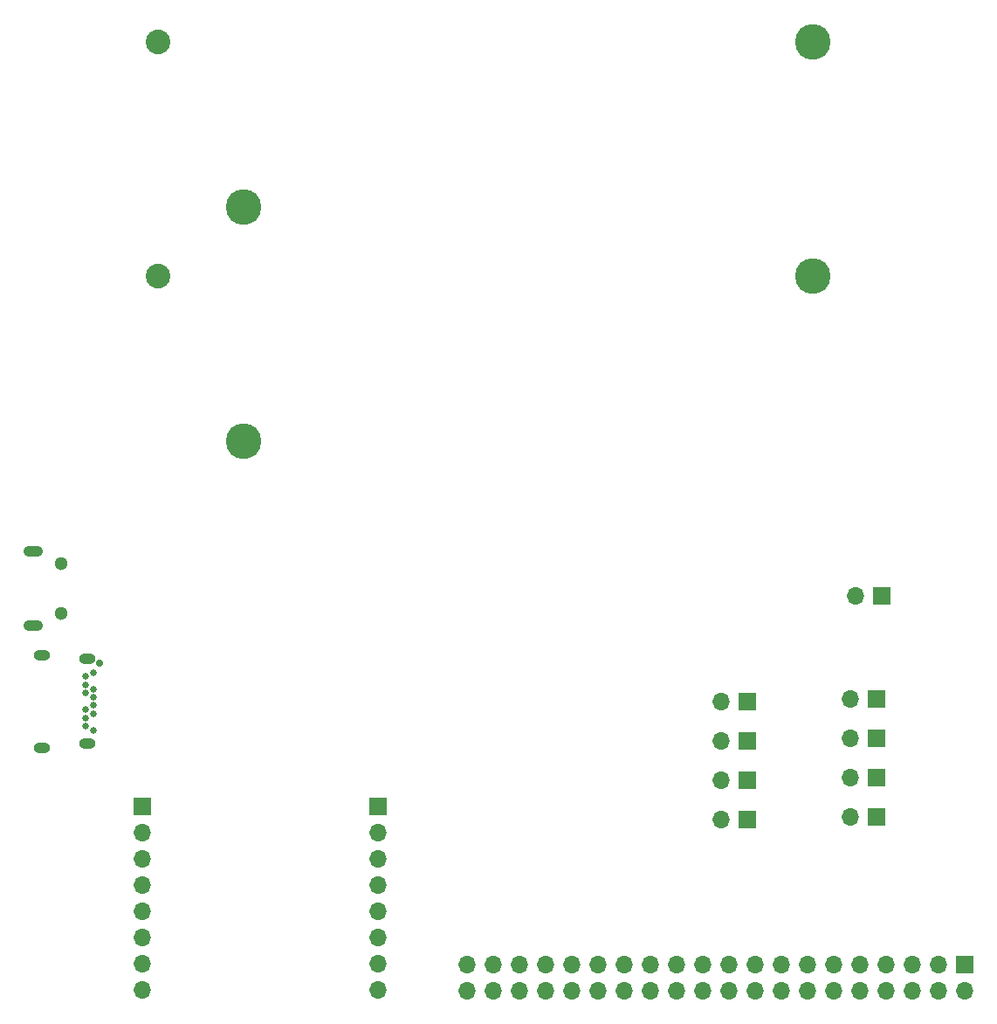
<source format=gbr>
%TF.GenerationSoftware,KiCad,Pcbnew,(6.0.8)*%
%TF.CreationDate,2023-04-19T22:42:55+02:00*%
%TF.ProjectId,Group22_Power,47726f75-7032-4325-9f50-6f7765722e6b,rev?*%
%TF.SameCoordinates,Original*%
%TF.FileFunction,Soldermask,Bot*%
%TF.FilePolarity,Negative*%
%FSLAX46Y46*%
G04 Gerber Fmt 4.6, Leading zero omitted, Abs format (unit mm)*
G04 Created by KiCad (PCBNEW (6.0.8)) date 2023-04-19 22:42:55*
%MOMM*%
%LPD*%
G01*
G04 APERTURE LIST*
%ADD10R,1.700000X1.700000*%
%ADD11O,1.700000X1.700000*%
%ADD12C,3.450000*%
%ADD13C,2.390000*%
%ADD14C,0.700000*%
%ADD15O,1.600000X1.000000*%
%ADD16C,0.650000*%
%ADD17O,1.900000X1.070000*%
%ADD18C,1.300000*%
G04 APERTURE END LIST*
D10*
%TO.C,J1*%
X141500000Y-99500000D03*
D11*
X138960000Y-99500000D03*
%TD*%
D10*
%TO.C,J12*%
X128525000Y-121156142D03*
D11*
X125985000Y-121156142D03*
%TD*%
D12*
%TO.C,BT1*%
X79650000Y-61790000D03*
X134850000Y-45790000D03*
D13*
X71320000Y-45790000D03*
%TD*%
D14*
%TO.C,J8*%
X65700000Y-106021315D03*
D15*
X60060000Y-114186315D03*
X64450000Y-113826315D03*
X64450000Y-105566315D03*
X60060000Y-105206315D03*
D16*
X65050000Y-112496315D03*
X64350000Y-112096315D03*
X64350000Y-111296315D03*
X65050000Y-110896315D03*
X64350000Y-110496315D03*
X65050000Y-110096315D03*
X65050000Y-109296315D03*
X64350000Y-108896315D03*
X65050000Y-108496315D03*
X64350000Y-108096315D03*
X64350000Y-107296315D03*
X65050000Y-106896315D03*
%TD*%
D17*
%TO.C,J3*%
X59275636Y-95161938D03*
D18*
X61975636Y-101186938D03*
X61975636Y-96336938D03*
D17*
X59275636Y-102361938D03*
%TD*%
D12*
%TO.C,BT2*%
X134850000Y-68500000D03*
D13*
X71320000Y-68500000D03*
D12*
X79650000Y-84500000D03*
%TD*%
D10*
%TO.C,J15*%
X141025000Y-117106142D03*
D11*
X138485000Y-117106142D03*
%TD*%
D10*
%TO.C,J14*%
X141025000Y-113306142D03*
D11*
X138485000Y-113306142D03*
%TD*%
D10*
%TO.C,J16*%
X141012716Y-120906142D03*
D11*
X138472716Y-120906142D03*
%TD*%
D10*
%TO.C,J11*%
X128525000Y-117356142D03*
D11*
X125985000Y-117356142D03*
%TD*%
D10*
%TO.C,J13*%
X141025000Y-109506142D03*
D11*
X138485000Y-109506142D03*
%TD*%
D10*
%TO.C,J9*%
X128525000Y-109756142D03*
D11*
X125985000Y-109756142D03*
%TD*%
D10*
%TO.C,J10*%
X128525000Y-113556142D03*
D11*
X125985000Y-113556142D03*
%TD*%
D10*
%TO.C,J4*%
X92725000Y-119875000D03*
D11*
X92725000Y-122415000D03*
X92725000Y-124955000D03*
X92725000Y-127495000D03*
X92725000Y-130035000D03*
X92725000Y-132575000D03*
X92725000Y-135115000D03*
X92725000Y-137655000D03*
%TD*%
D10*
%TO.C,J7*%
X149540000Y-135210000D03*
D11*
X149540000Y-137750000D03*
X147000000Y-135210000D03*
X147000000Y-137750000D03*
X144460000Y-135210000D03*
X144460000Y-137750000D03*
X141920000Y-135210000D03*
X141920000Y-137750000D03*
X139380000Y-135210000D03*
X139380000Y-137750000D03*
X136840000Y-135210000D03*
X136840000Y-137750000D03*
X134300000Y-135210000D03*
X134300000Y-137750000D03*
X131760000Y-135210000D03*
X131760000Y-137750000D03*
X129220000Y-135210000D03*
X129220000Y-137750000D03*
X126680000Y-135210000D03*
X126680000Y-137750000D03*
X124140000Y-135210000D03*
X124140000Y-137750000D03*
X121600000Y-135210000D03*
X121600000Y-137750000D03*
X119060000Y-135210000D03*
X119060000Y-137750000D03*
X116520000Y-135210000D03*
X116520000Y-137750000D03*
X113980000Y-135210000D03*
X113980000Y-137750000D03*
X111440000Y-135210000D03*
X111440000Y-137750000D03*
X108900000Y-135210000D03*
X108900000Y-137750000D03*
X106360000Y-135210000D03*
X106360000Y-137750000D03*
X103820000Y-135210000D03*
X103820000Y-137750000D03*
X101280000Y-135210000D03*
X101280000Y-137750000D03*
%TD*%
D10*
%TO.C,J5*%
X69859465Y-119875000D03*
D11*
X69859465Y-122415000D03*
X69859465Y-124955000D03*
X69859465Y-127495000D03*
X69859465Y-130035000D03*
X69859465Y-132575000D03*
X69859465Y-135115000D03*
X69859465Y-137655000D03*
%TD*%
M02*

</source>
